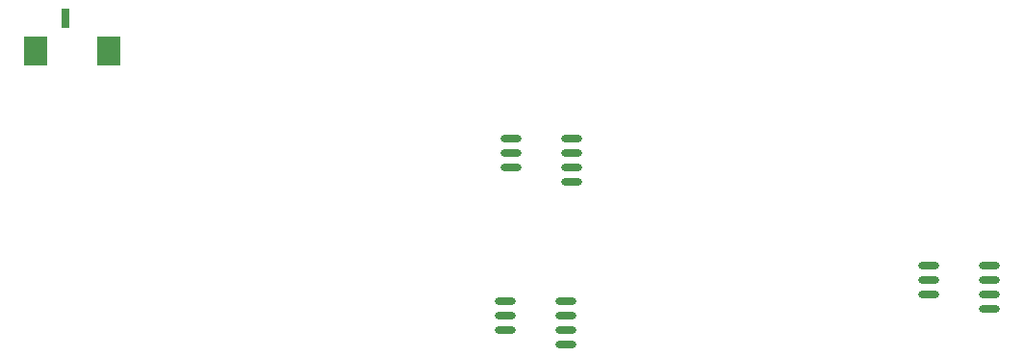
<source format=gtp>
G04 Layer: TopPasteMaskLayer*
G04 EasyEDA v6.5.50, 2025-05-12 09:01:39*
G04 467dd6194114452b8036c6a5a6649833,7003e7d2a7ba44f9b311faf21ea13ffe,10*
G04 Gerber Generator version 0.2*
G04 Scale: 100 percent, Rotated: No, Reflected: No *
G04 Dimensions in millimeters *
G04 leading zeros omitted , absolute positions ,4 integer and 5 decimal *
%FSLAX45Y45*%
%MOMM*%

%ADD10R,2.0000X2.5000*%
%ADD11R,0.8000X1.8000*%
%ADD12O,1.8649950000000002X0.6299962*%
%ADD13O,0.0131X0.6299962*%

%LPD*%
D10*
G01*
X1471244Y12047016D03*
G01*
X2115896Y12047016D03*
D11*
G01*
X1731086Y12337008D03*
D12*
G01*
X5649950Y11277600D03*
G01*
X5649950Y11150600D03*
G01*
X5649950Y11023600D03*
G01*
X6186449Y11277600D03*
G01*
X6186449Y11150600D03*
G01*
X6186449Y11023600D03*
G01*
X6186449Y10896600D03*
G01*
X9323120Y10160000D03*
G01*
X9323120Y10033000D03*
G01*
X9323120Y9906000D03*
G01*
X9859619Y10160000D03*
G01*
X9859619Y10033000D03*
G01*
X9859619Y9906000D03*
G01*
X9859619Y9779000D03*
G01*
X6135649Y9842500D03*
G01*
X6135649Y9715500D03*
G01*
X6135649Y9588500D03*
G01*
X6135649Y9461500D03*
G01*
X5599150Y9842500D03*
G01*
X5599150Y9715500D03*
G01*
X5599150Y9588500D03*
M02*

</source>
